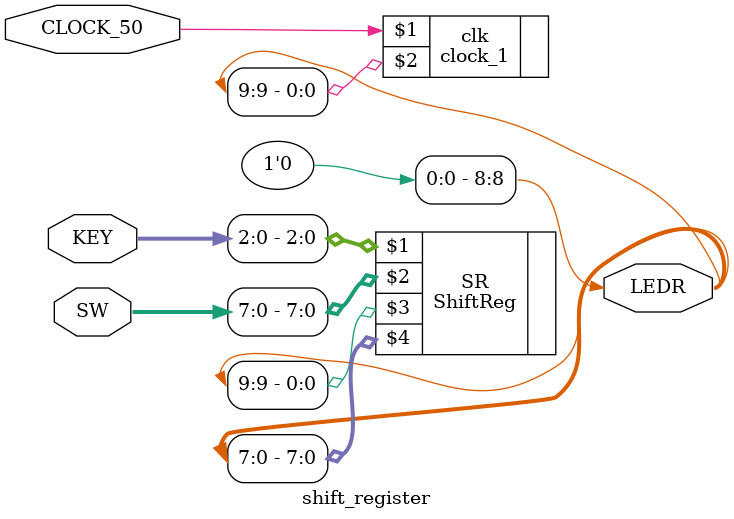
<source format=v>


module shift_register(

	//////////// CLOCK //////////
	input 		          		CLOCK_50,

	//////////// KEY //////////
	input 		     [3:0]		KEY,

	//////////// SW //////////
	input 		     [9:0]		SW,

	//////////// LED //////////
	output		     [9:0]		LEDR
);



//=======================================================
//  REG/WIRE declarations
//=======================================================




//=======================================================
//  Structural coding
//=======================================================
assign LEDR[8] = 0;
clock_1 clk(CLOCK_50, LEDR[9]);
ShiftReg SR(KEY[2:0], SW[7:0], LEDR[9], LEDR[7:0]);
//ShiftReg SR(KEY[2:0], SW[7:0], CLOCK_50, LEDR[7:0]);
endmodule

</source>
